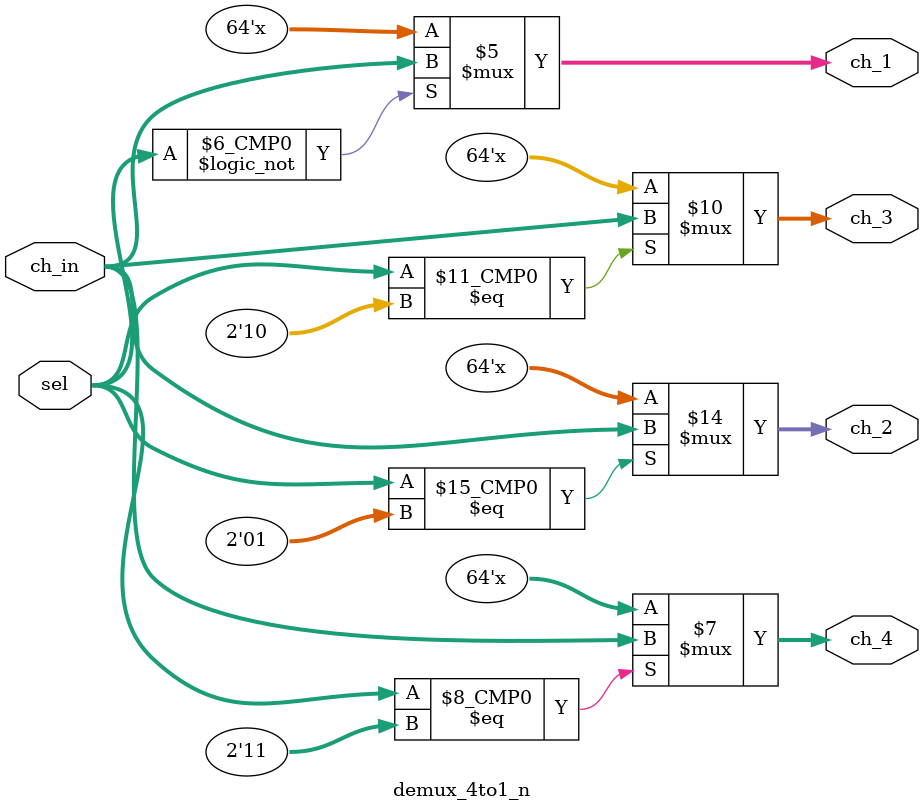
<source format=sv>
module demux_4to1_n #(
parameter DATA_WIDTH = 64)
(
    output  wire [DATA_WIDTH-1:0]    ch_1   ,// Output channel
    output  wire [DATA_WIDTH-1:0]    ch_2   ,// Output channel
    output  wire [DATA_WIDTH-1:0]    ch_3   ,// Output channel
    output  wire [DATA_WIDTH-1:0]    ch_4   ,// Output channel
    input   wire [DATA_WIDTH-1:0]    ch_in  ,// input channel
    input  wire [1:0]   sel                 // Select output
);

//-------------Code Starts Here-------
always_comb
        case (sel)
            2'b00:begin
                  ch_1=ch_in;
                  //ch_2=Z;
                  //ch_3=Z;
                  //ch_4=Z;
                  end

            2'b01:begin
                  //ch_1=Z;
                  ch_2=ch_in;
                  //ch_3=Z;
                  //ch_4=Z;
                  end

            2'b10:begin
                  //ch_1=Z;
                  //ch_2=Z;
                  ch_3=ch_in;
                  //ch_4=Z;
                  end

            2'b11:begin
                  //ch_1=Z;
                  //ch_2=Z;
                  //ch_3=Z;
                  ch_4=ch_in;
                  end

            default:begin
                  //ch_1=Z;
                  //ch_2=Z;
                  //ch_3=Z;
                  //ch_4=Z;
                  end
        endcase
endmodule 

</source>
